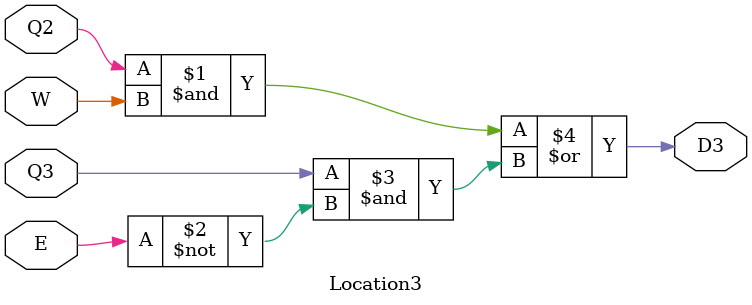
<source format=v>
`timescale 1ns / 1ps


module Location3(input E, W, Q2, Q3, output D3);

    assign D3 = (Q2 & W) | (Q3 & ~E);

endmodule

</source>
